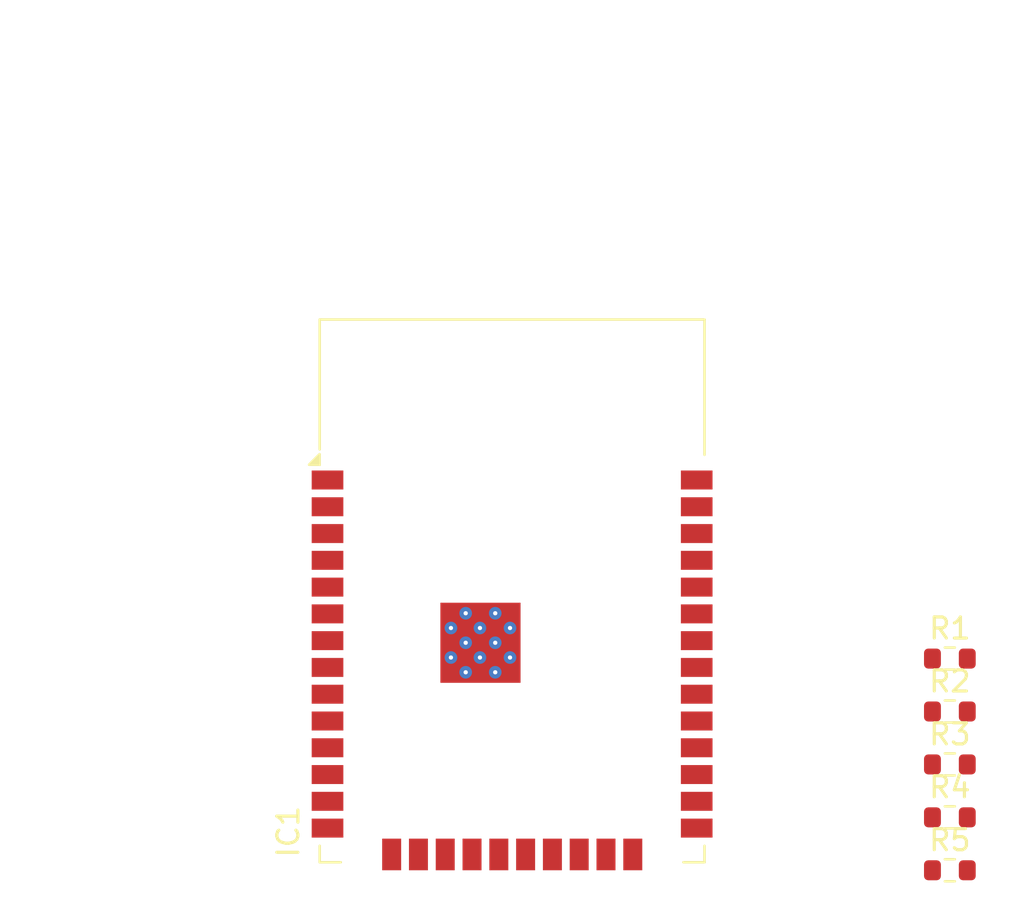
<source format=kicad_pcb>
(kicad_pcb (version 20241229) (generator "pcbnew") (generator_version "9.0")
  (layers (0 "F.Cu" signal) (2 "B.Cu" signal) (13 "F.Paste" user) (15 "B.Paste" user) (5 "F.SilkS" user "F.Silkscreen") (7 "B.SilkS" user "B.Silkscreen") (1 "F.Mask" user) (3 "B.Mask" user) (25 "Edge.Cuts" user))
  (net 0 "")
  (net 16 "Net-(IC1-RXD0)")
  (net 29 "Net-(IC1-NC_7)")
  (net 31 "Net-(IC1-TXD0)")
  (net 38 "Net-(IC1-IO19)")
  (net 39 "Net-(IC1-IO21)")
  (net 40 "+3.3V")
  (footprint "Resistor_SMD:R_0603_1608Metric" (layer "F.Cu") (at 117.5 93.01)
    (property "Reference" "R5" (at 0 -1.43 0) (layer "F.SilkS"))
    (property "Value" "R_US")
    (fp_line (start -0.237258 -0.5225) (end 0.237258 -0.5225) (stroke (width 0.12)) (layer "F.SilkS"))
    (fp_line (start -0.237258 0.5225) (end 0.237258 0.5225) (stroke (width 0.12)) (layer "F.SilkS"))
    (pad "1" smd roundrect (at -0.825 0) (size 0.8 0.95) (layers "F.Cu" "F.Mask" "F.Paste") (net 31 "Net-(IC1-TXD0)"))
    (pad "2" smd roundrect (at 0.825 0) (size 0.8 0.95) (layers "F.Cu" "F.Mask" "F.Paste") (net 40 "+3.3V"))
  )
  (footprint "Resistor_SMD:R_0603_1608Metric" (layer "F.Cu") (at 117.5 85.48)
    (property "Reference" "R2" (at 0 -1.43 0) (layer "F.SilkS"))
    (property "Value" "R_US")
    (fp_line (start -0.237258 -0.5225) (end 0.237258 -0.5225) (stroke (width 0.12)) (layer "F.SilkS"))
    (fp_line (start -0.237258 0.5225) (end 0.237258 0.5225) (stroke (width 0.12)) (layer "F.SilkS"))
    (pad "1" smd roundrect (at -0.825 0) (size 0.8 0.95) (layers "F.Cu" "F.Mask" "F.Paste") (net 29 "Net-(IC1-NC_7)"))
    (pad "2" smd roundrect (at 0.825 0) (size 0.8 0.95) (layers "F.Cu" "F.Mask" "F.Paste") (net 40 "+3.3V"))
  )
  (footprint "Resistor_SMD:R_0603_1608Metric" (layer "F.Cu") (at 117.5 87.99)
    (property "Reference" "R3" (at 0 -1.43 0) (layer "F.SilkS"))
    (property "Value" "R_US")
    (fp_line (start -0.237258 -0.5225) (end 0.237258 -0.5225) (stroke (width 0.12)) (layer "F.SilkS"))
    (fp_line (start -0.237258 0.5225) (end 0.237258 0.5225) (stroke (width 0.12)) (layer "F.SilkS"))
    (pad "1" smd roundrect (at -0.825 0) (size 0.8 0.95) (layers "F.Cu" "F.Mask" "F.Paste") (net 38 "Net-(IC1-IO19)"))
    (pad "2" smd roundrect (at 0.825 0) (size 0.8 0.95) (layers "F.Cu" "F.Mask" "F.Paste") (net 40 "+3.3V"))
  )
  (footprint "RF_Module:ESP32-WROOM-32D" (layer "F.Cu") (at 96.75 82.75)
    (property "Reference" "IC1" (at -10.61 8.43 90) (layer "F.SilkS"))
    (property "Value" "ESP32-WROOM-32UE-N4")
    (fp_line (start -9.12 -15.86) (end -9.12 -9.7) (stroke (width 0.12)) (layer "F.SilkS"))
    (fp_line (start -9.12 -15.86) (end 9.12 -15.86) (stroke (width 0.12)) (layer "F.SilkS"))
    (fp_line (start -9.12 9.1) (end -9.12 9.88) (stroke (width 0.12)) (layer "F.SilkS"))
    (fp_line (start -9.12 9.88) (end -8.12 9.88) (stroke (width 0.12)) (layer "F.SilkS"))
    (fp_line (start 9.12 -15.86) (end 9.12 -9.445) (stroke (width 0.12)) (layer "F.SilkS"))
    (fp_line (start 9.12 9.1) (end 9.12 9.88) (stroke (width 0.12)) (layer "F.SilkS"))
    (fp_line (start 9.12 9.88) (end 8.12 9.88) (stroke (width 0.12)) (layer "F.SilkS"))
    (fp_poly (pts (xy -9.125 -8.975) (xy -9.625 -8.975) (xy -9.125 -9.475) (xy -9.125 -8.975)) (stroke (width 0.12)) (fill yes) (layer "F.SilkS"))
    (pad "1" smd rect (at -8.75 -8.25) (size 1.5 0.9) (layers "F.Cu" "F.Mask" "F.Paste"))
    (pad "2" smd rect (at -8.75 -6.98) (size 1.5 0.9) (layers "F.Cu" "F.Mask" "F.Paste"))
    (pad "3" smd rect (at -8.75 -5.71) (size 1.5 0.9) (layers "F.Cu" "F.Mask" "F.Paste"))
    (pad "4" smd rect (at -8.75 -4.44) (size 1.5 0.9) (layers "F.Cu" "F.Mask" "F.Paste"))
    (pad "5" smd rect (at -8.75 -3.17) (size 1.5 0.9) (layers "F.Cu" "F.Mask" "F.Paste"))
    (pad "6" smd rect (at -8.75 -1.9) (size 1.5 0.9) (layers "F.Cu" "F.Mask" "F.Paste"))
    (pad "7" smd rect (at -8.75 -0.63) (size 1.5 0.9) (layers "F.Cu" "F.Mask" "F.Paste"))
    (pad "8" smd rect (at -8.75 0.64) (size 1.5 0.9) (layers "F.Cu" "F.Mask" "F.Paste"))
    (pad "9" smd rect (at -8.75 1.91) (size 1.5 0.9) (layers "F.Cu" "F.Mask" "F.Paste"))
    (pad "10" smd rect (at -8.75 3.18) (size 1.5 0.9) (layers "F.Cu" "F.Mask" "F.Paste"))
    (pad "11" smd rect (at -8.75 4.45) (size 1.5 0.9) (layers "F.Cu" "F.Mask" "F.Paste"))
    (pad "12" smd rect (at -8.75 5.72) (size 1.5 0.9) (layers "F.Cu" "F.Mask" "F.Paste"))
    (pad "13" smd rect (at -8.75 6.99) (size 1.5 0.9) (layers "F.Cu" "F.Mask" "F.Paste"))
    (pad "14" smd rect (at -8.75 8.26) (size 1.5 0.9) (layers "F.Cu" "F.Mask" "F.Paste"))
    (pad "15" smd rect (at -5.71 9.51 90) (size 1.5 0.9) (layers "F.Cu" "F.Mask" "F.Paste"))
    (pad "16" smd rect (at -4.44 9.51 90) (size 1.5 0.9) (layers "F.Cu" "F.Mask" "F.Paste"))
    (pad "17" smd rect (at -3.17 9.51 90) (size 1.5 0.9) (layers "F.Cu" "F.Mask" "F.Paste"))
    (pad "18" smd rect (at -1.9 9.51 90) (size 1.5 0.9) (layers "F.Cu" "F.Mask" "F.Paste"))
    (pad "19" smd rect (at -0.63 9.51 90) (size 1.5 0.9) (layers "F.Cu" "F.Mask" "F.Paste"))
    (pad "20" smd rect (at 0.64 9.51 90) (size 1.5 0.9) (layers "F.Cu" "F.Mask" "F.Paste"))
    (pad "21" smd rect (at 1.91 9.51 90) (size 1.5 0.9) (layers "F.Cu" "F.Mask" "F.Paste"))
    (pad "22" smd rect (at 3.18 9.51 90) (size 1.5 0.9) (layers "F.Cu" "F.Mask" "F.Paste"))
    (pad "23" smd rect (at 4.45 9.51 90) (size 1.5 0.9) (layers "F.Cu" "F.Mask" "F.Paste"))
    (pad "24" smd rect (at 5.72 9.51 90) (size 1.5 0.9) (layers "F.Cu" "F.Mask" "F.Paste"))
    (pad "25" smd rect (at 8.75 8.26) (size 1.5 0.9) (layers "F.Cu" "F.Mask" "F.Paste"))
    (pad "26" smd rect (at 8.75 6.99) (size 1.5 0.9) (layers "F.Cu" "F.Mask" "F.Paste"))
    (pad "27" smd rect (at 8.75 5.72) (size 1.5 0.9) (layers "F.Cu" "F.Mask" "F.Paste"))
    (pad "28" smd rect (at 8.75 4.45) (size 1.5 0.9) (layers "F.Cu" "F.Mask" "F.Paste"))
    (pad "29" smd rect (at 8.75 3.18) (size 1.5 0.9) (layers "F.Cu" "F.Mask" "F.Paste"))
    (pad "30" smd rect (at 8.75 1.91) (size 1.5 0.9) (layers "F.Cu" "F.Mask" "F.Paste"))
    (pad "31" smd rect (at 8.75 0.64) (size 1.5 0.9) (layers "F.Cu" "F.Mask" "F.Paste") (net 38 "Net-(IC1-IO19)"))
    (pad "32" smd rect (at 8.75 -0.63) (size 1.5 0.9) (layers "F.Cu" "F.Mask" "F.Paste") (net 29 "Net-(IC1-NC_7)"))
    (pad "33" smd rect (at 8.75 -1.9) (size 1.5 0.9) (layers "F.Cu" "F.Mask" "F.Paste") (net 39 "Net-(IC1-IO21)"))
    (pad "34" smd rect (at 8.75 -3.17) (size 1.5 0.9) (layers "F.Cu" "F.Mask" "F.Paste") (net 16 "Net-(IC1-RXD0)"))
    (pad "35" smd rect (at 8.75 -4.44) (size 1.5 0.9) (layers "F.Cu" "F.Mask" "F.Paste") (net 31 "Net-(IC1-TXD0)"))
    (pad "36" smd rect (at 8.75 -5.71) (size 1.5 0.9) (layers "F.Cu" "F.Mask" "F.Paste"))
    (pad "37" smd rect (at 8.75 -6.98) (size 1.5 0.9) (layers "F.Cu" "F.Mask" "F.Paste"))
    (pad "38" smd rect (at 8.75 -8.25) (size 1.5 0.9) (layers "F.Cu" "F.Mask" "F.Paste"))
    (pad "39" smd rect (at -2.9 -1.93) (size 0.9 0.9) (layers "F.Cu" "F.Paste"))
    (pad "39" thru_hole circle (at -2.9 -1.23) (size 0.6 0.6) (drill 0.2) (property pad_prop_heatsink) (layers "*.Cu" "F.Mask"))
    (pad "39" smd rect (at -2.9 -0.53) (size 0.9 0.9) (layers "F.Cu" "F.Paste"))
    (pad "39" thru_hole circle (at -2.9 0.17) (size 0.6 0.6) (drill 0.2) (property pad_prop_heatsink) (layers "*.Cu" "F.Mask"))
    (pad "39" smd rect (at -2.9 0.87) (size 0.9 0.9) (layers "F.Cu" "F.Paste"))
    (pad "39" thru_hole circle (at -2.2 -1.93) (size 0.6 0.6) (drill 0.2) (property pad_prop_heatsink) (layers "*.Cu" "F.Mask"))
    (pad "39" thru_hole circle (at -2.2 -0.53) (size 0.6 0.6) (drill 0.2) (property pad_prop_heatsink) (layers "*.Cu" "F.Mask"))
    (pad "39" thru_hole circle (at -2.2 0.87) (size 0.6 0.6) (drill 0.2) (property pad_prop_heatsink) (layers "*.Cu" "F.Mask"))
    (pad "39" thru_hole circle (at -1.525 -1.23) (size 0.6 0.6) (drill 0.2) (property pad_prop_heatsink) (layers "*.Cu" "F.Mask"))
    (pad "39" thru_hole circle (at -1.525 0.17) (size 0.6 0.6) (drill 0.2) (property pad_prop_heatsink) (layers "*.Cu" "F.Mask"))
    (pad "39" smd rect (at -1.5 -1.93) (size 0.9 0.9) (layers "F.Cu" "F.Paste"))
    (pad "39" smd rect (at -1.5 -0.53) (size 0.9 0.9) (layers "F.Cu" "F.Paste"))
    (pad "39" smd rect (at -1.5 -0.53) (size 3.8 3.8) (property pad_prop_heatsink) (layers "F.Cu" "F.Mask"))
    (pad "39" smd rect (at -1.5 0.87) (size 0.9 0.9) (layers "F.Cu" "F.Paste"))
    (pad "39" thru_hole circle (at -0.8 -1.93) (size 0.6 0.6) (drill 0.2) (property pad_prop_heatsink) (layers "*.Cu" "F.Mask"))
    (pad "39" thru_hole circle (at -0.8 -0.53) (size 0.6 0.6) (drill 0.2) (property pad_prop_heatsink) (layers "*.Cu" "F.Mask"))
    (pad "39" thru_hole circle (at -0.8 0.87) (size 0.6 0.6) (drill 0.2) (property pad_prop_heatsink) (layers "*.Cu" "F.Mask"))
    (pad "39" smd rect (at -0.1 -1.93) (size 0.9 0.9) (layers "F.Cu" "F.Paste"))
    (pad "39" thru_hole circle (at -0.1 -1.23) (size 0.6 0.6) (drill 0.2) (property pad_prop_heatsink) (layers "*.Cu" "F.Mask"))
    (pad "39" smd rect (at -0.1 -0.53) (size 0.9 0.9) (layers "F.Cu" "F.Paste"))
    (pad "39" thru_hole circle (at -0.1 0.17) (size 0.6 0.6) (drill 0.2) (property pad_prop_heatsink) (layers "*.Cu" "F.Mask"))
    (pad "39" smd rect (at -0.1 0.87) (size 0.9 0.9) (layers "F.Cu" "F.Paste"))
  )
  (footprint "Resistor_SMD:R_0603_1608Metric" (layer "F.Cu") (at 117.5 82.97)
    (property "Reference" "R1" (at 0 -1.43 0) (layer "F.SilkS"))
    (property "Value" "R_US")
    (fp_line (start -0.237258 -0.5225) (end 0.237258 -0.5225) (stroke (width 0.12)) (layer "F.SilkS"))
    (fp_line (start -0.237258 0.5225) (end 0.237258 0.5225) (stroke (width 0.12)) (layer "F.SilkS"))
    (pad "1" smd roundrect (at -0.825 0) (size 0.8 0.95) (layers "F.Cu" "F.Mask" "F.Paste") (net 39 "Net-(IC1-IO21)"))
    (pad "2" smd roundrect (at 0.825 0) (size 0.8 0.95) (layers "F.Cu" "F.Mask" "F.Paste") (net 40 "+3.3V"))
  )
  (footprint "Resistor_SMD:R_0603_1608Metric" (layer "F.Cu") (at 117.5 90.5)
    (property "Reference" "R4" (at 0 -1.43 0) (layer "F.SilkS"))
    (property "Value" "R_US")
    (fp_line (start -0.237258 -0.5225) (end 0.237258 -0.5225) (stroke (width 0.12)) (layer "F.SilkS"))
    (fp_line (start -0.237258 0.5225) (end 0.237258 0.5225) (stroke (width 0.12)) (layer "F.SilkS"))
    (pad "1" smd roundrect (at -0.825 0) (size 0.8 0.95) (layers "F.Cu" "F.Mask" "F.Paste") (net 16 "Net-(IC1-RXD0)"))
    (pad "2" smd roundrect (at 0.825 0) (size 0.8 0.95) (layers "F.Cu" "F.Mask" "F.Paste") (net 40 "+3.3V"))
  )
)
</source>
